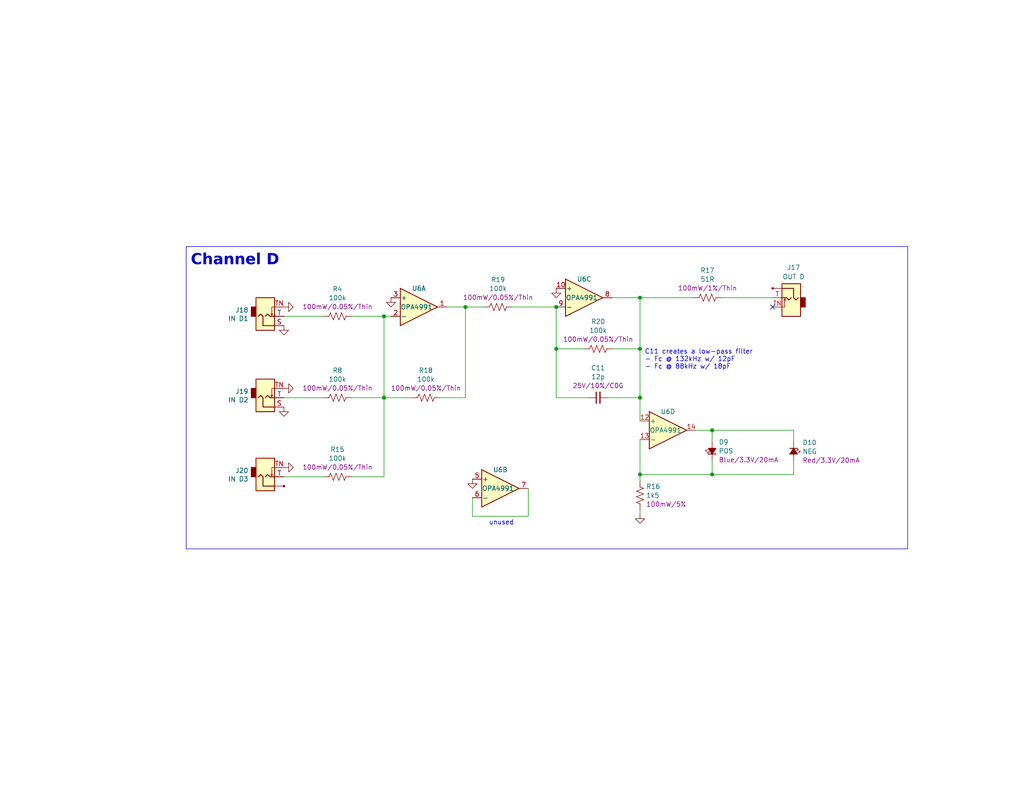
<source format=kicad_sch>
(kicad_sch (version 20230121) (generator eeschema)
  (paper "USLetter")
  (title_block (title "Helium") (date "2023-04-05") (rev "v3") (company "Winterbloom") (comment 1 "Alethea Flowers") (comment 2 "CERN OHL-P v2") (comment 3 "helium.wntr.dev"))
  (lib_symbols
    (symbol "Device:C_Small" (pin_numbers hide) (pin_names (offset 0.254) hide)
      (property "Reference" "C" (at 0.254 1.778 0))
      (property "Value" "C_Small" (at 0.254 -2.032 0))
      (symbol "C_Small_0_1"
        (polyline (pts (xy -1.524 -0.508) (xy 1.524 -0.508)) (stroke (width 0.3302)))
        (polyline (pts (xy -1.524 0.508) (xy 1.524 0.508)) (stroke (width 0.3048)))
      )
      (symbol "C_Small_1_1"
        (pin passive line (at 0 2.54 270) (length 2.032) (name "~") (number "1"))
        (pin passive line (at 0 -2.54 90) (length 2.032) (name "~") (number "2"))
      )
    )
    (symbol "Device:LED_Small_Filled" (pin_numbers hide) (pin_names (offset 0.254) hide)
      (property "Reference" "D" (at -1.27 3.175 0))
      (property "Value" "LED_Small_Filled" (at -4.445 -2.54 0))
      (symbol "LED_Small_Filled_0_1"
        (polyline (pts (xy -0.762 -1.016) (xy -0.762 1.016)) (stroke (width 0.254)))
        (polyline (pts (xy 1.016 0) (xy -0.762 0)))
        (polyline (pts (xy 0.762 -1.016) (xy -0.762 0) (xy 0.762 1.016) (xy 0.762 -1.016)) (stroke (width 0.254)) (fill (type outline)))
        (polyline (pts (xy 0 0.762) (xy -0.508 1.27) (xy -0.254 1.27) (xy -0.508 1.27) (xy -0.508 1.016)))
        (polyline (pts (xy 0.508 1.27) (xy 0 1.778) (xy 0.254 1.778) (xy 0 1.778) (xy 0 1.524)))
      )
      (symbol "LED_Small_Filled_1_1"
        (pin passive line (at -2.54 0 0) (length 1.778) (name "K") (number "1"))
        (pin passive line (at 2.54 0 180) (length 1.778) (name "A") (number "2"))
      )
    )
    (symbol "Device:R_US" (pin_numbers hide) (pin_names (offset 0))
      (property "Reference" "R" (at 2.54 0 90))
      (property "Value" "R_US" (at -2.54 0 90))
      (symbol "R_US_0_1"
        (polyline (pts (xy 0 -2.286) (xy 0 -2.54)))
        (polyline (pts (xy 0 2.286) (xy 0 2.54)))
        (polyline (pts (xy 0 -0.762) (xy 1.016 -1.143) (xy 0 -1.524) (xy -1.016 -1.905) (xy 0 -2.286)))
        (polyline (pts (xy 0 0.762) (xy 1.016 0.381) (xy 0 0) (xy -1.016 -0.381) (xy 0 -0.762)))
        (polyline (pts (xy 0 2.286) (xy 1.016 1.905) (xy 0 1.524) (xy -1.016 1.143) (xy 0 0.762)))
      )
      (symbol "R_US_1_1"
        (pin passive line (at 0 3.81 270) (length 1.27) (name "~") (number "1"))
        (pin passive line (at 0 -3.81 90) (length 1.27) (name "~") (number "2"))
      )
    )
    (symbol "power:GND" (power) (pin_names (offset 0))
      (property "Value" "GND" (at 0 -3.81 0))
      (symbol "GND_0_1"
        (polyline (pts (xy 0 0) (xy 0 -1.27) (xy 1.27 -1.27) (xy 0 -2.54) (xy -1.27 -1.27) (xy 0 -1.27)))
      )
      (symbol "GND_1_1"
        (pin power_in line (at 0 0 270) (length 0) hide (name "GND") (number "1"))
      )
    )
    (symbol "winterbloom:Eurorack_Mono_Jack" (pin_names hide)
      (property "Reference" "J" (at 3.302 -4.064 0))
      (property "Value" "Eurorack_Mono_Jack" (at 0 5.08 0))
      (symbol "Eurorack_Mono_Jack_0_1"
        (rectangle (start -2.54 -5.08) (end 2.54 3.81) (stroke (width 0.254)) (fill (type background)))
        (polyline (pts (xy -1.778 -1.016) (xy -2.032 -0.508)))
        (polyline (pts (xy -2.54 1.27) (xy -1.778 1.27) (xy -1.778 -1.016) (xy -1.524 -0.508)))
        (polyline (pts (xy 0 -1.27) (xy -0.635 -0.635) (xy -1.27 -1.27) (xy -2.54 -1.27)) (stroke (width 0.254)))
        (polyline (pts (xy -2.54 -3.81) (xy 0.635 -3.81) (xy 0.635 -1.27) (xy 1.27 -0.635) (xy 1.905 -1.27)) (stroke (width 0.254)))
        (rectangle (start 2.54 -1.27) (end 3.81 1.27) (stroke (width 0.254)) (fill (type outline)))
      )
      (symbol "Eurorack_Mono_Jack_1_1"
        (pin passive line (at -5.08 -3.81 0) (length 2.54) (name "Sleeve") (number "S"))
        (pin passive line (at -5.08 -1.27 0) (length 2.54) (name "Tip") (number "T"))
        (pin passive line (at -5.08 1.27 0) (length 2.54) (name "Tip_normalize") (number "TN"))
      )
    )
    (symbol "winterbloom:Eurorack_Mono_Jack_No_S" (pin_names hide)
      (property "Reference" "J" (at 3.302 -4.064 0))
      (property "Value" "Eurorack_Mono_Jack_No_S" (at 0 5.08 0))
      (symbol "Eurorack_Mono_Jack_No_S_0_1"
        (rectangle (start -2.54 -5.08) (end 2.54 3.81) (stroke (width 0.254)) (fill (type background)))
        (polyline (pts (xy -2.54 -3.81) (xy -5.08 -3.81)))
        (polyline (pts (xy -1.778 -1.016) (xy -2.032 -0.508)))
        (polyline (pts (xy -2.54 1.27) (xy -1.778 1.27) (xy -1.778 -1.016) (xy -1.524 -0.508)))
        (polyline (pts (xy 0 -1.27) (xy -0.635 -0.635) (xy -1.27 -1.27) (xy -2.54 -1.27)) (stroke (width 0.254)))
        (polyline (pts (xy -2.54 -3.81) (xy 0.635 -3.81) (xy 0.635 -1.27) (xy 1.27 -0.635) (xy 1.905 -1.27)) (stroke (width 0.254)))
        (rectangle (start 2.54 -1.27) (end 3.81 1.27) (stroke (width 0.254)) (fill (type outline)))
      )
      (symbol "Eurorack_Mono_Jack_No_S_1_1"
        (circle (center -5.08 -3.81) (radius 0.254) (fill (type outline)))
        (pin passive line (at -5.08 -1.27 0) (length 2.54) (name "Tip") (number "T"))
        (pin passive line (at -5.08 1.27 0) (length 2.54) (name "Tip_normalize") (number "TN"))
      )
    )
    (symbol "winterbloom:OPA4991" (pin_names (offset 0.127))
      (property "Reference" "U" (at 0.762 3.048 0))
      (property "Value" "OPA4991" (at 0.508 -3.302 0))
      (symbol "OPA4991_1_1"
        (polyline (pts (xy -5.08 5.08) (xy 5.08 0) (xy -5.08 -5.08) (xy -5.08 5.08)) (stroke (width 0.254)) (fill (type background)))
        (pin output line (at 7.62 0 180) (length 2.54) (name "~") (number "1"))
        (pin input line (at -7.62 -2.54 0) (length 2.54) (name "-") (number "2"))
        (pin input line (at -7.62 2.54 0) (length 2.54) (name "+") (number "3"))
      )
      (symbol "OPA4991_2_1"
        (polyline (pts (xy -5.08 5.08) (xy 5.08 0) (xy -5.08 -5.08) (xy -5.08 5.08)) (stroke (width 0.254)) (fill (type background)))
        (pin input line (at -7.62 2.54 0) (length 2.54) (name "+") (number "5"))
        (pin input line (at -7.62 -2.54 0) (length 2.54) (name "-") (number "6"))
        (pin output line (at 7.62 0 180) (length 2.54) (name "~") (number "7"))
      )
      (symbol "OPA4991_3_1"
        (polyline (pts (xy -5.08 5.08) (xy 5.08 0) (xy -5.08 -5.08) (xy -5.08 5.08)) (stroke (width 0.254)) (fill (type background)))
        (pin input line (at -7.62 2.54 0) (length 2.54) (name "+") (number "10"))
        (pin output line (at 7.62 0 180) (length 2.54) (name "~") (number "8"))
        (pin input line (at -7.62 -2.54 0) (length 2.54) (name "-") (number "9"))
      )
      (symbol "OPA4991_4_1"
        (polyline (pts (xy -5.08 5.08) (xy 5.08 0) (xy -5.08 -5.08) (xy -5.08 5.08)) (stroke (width 0.254)) (fill (type background)))
        (pin input line (at -7.62 2.54 0) (length 2.54) (name "+") (number "12"))
        (pin input line (at -7.62 -2.54 0) (length 2.54) (name "-") (number "13"))
        (pin output line (at 7.62 0 180) (length 2.54) (name "~") (number "14"))
      )
      (symbol "OPA4991_5_1"
        (polyline (pts (xy -5.08 5.08) (xy 5.08 0) (xy -5.08 -5.08) (xy -5.08 5.08)) (stroke (width 0.254)) (fill (type background)))
        (pin power_in line (at -2.54 -7.62 90) (length 3.81) (name "V-") (number "11"))
        (pin power_in line (at -2.54 7.62 270) (length 3.81) (name "V+") (number "4"))
      )
    )
  )
  (junction (at 127 83.82))
  (junction (at 174.625 81.28))
  (junction (at 104.775 86.36))
  (junction (at 174.625 108.585))
  (junction (at 104.775 108.585))
  (junction (at 194.31 129.54))
  (junction (at 151.765 83.82))
  (junction (at 174.625 95.25))
  (junction (at 151.765 95.25))
  (junction (at 174.625 129.54))
  (junction (at 194.31 117.475))
  (no_connect (at 210.82 83.82))
  (wire (pts (xy 88.265 86.36) (xy 77.47 86.36)))
  (wire (pts (xy 121.92 83.82) (xy 127 83.82)))
  (wire (pts (xy 77.47 130.175) (xy 88.265 130.175)))
  (wire (pts (xy 194.31 120.65) (xy 194.31 117.475)))
  (wire (pts (xy 160.655 108.585) (xy 151.765 108.585)))
  (wire (pts (xy 132.08 83.82) (xy 127 83.82)))
  (wire (pts (xy 144.145 140.97) (xy 144.145 133.35)))
  (wire (pts (xy 112.395 108.585) (xy 104.775 108.585)))
  (wire (pts (xy 151.765 83.82) (xy 151.765 95.25)))
  (wire (pts (xy 165.735 108.585) (xy 174.625 108.585)))
  (wire (pts (xy 194.31 117.475) (xy 216.535 117.475)))
  (wire (pts (xy 174.625 129.54) (xy 194.31 129.54)))
  (wire (pts (xy 174.625 95.25) (xy 174.625 108.585)))
  (wire (pts (xy 95.885 108.585) (xy 104.775 108.585)))
  (wire (pts (xy 104.775 130.175) (xy 95.885 130.175)))
  (wire (pts (xy 174.625 140.335) (xy 174.625 139.065)))
  (wire (pts (xy 194.31 129.54) (xy 216.535 129.54)))
  (wire (pts (xy 174.625 108.585) (xy 174.625 114.935)))
  (wire (pts (xy 151.765 95.25) (xy 159.385 95.25)))
  (wire (pts (xy 88.265 108.585) (xy 77.47 108.585)))
  (wire (pts (xy 127 108.585) (xy 120.015 108.585)))
  (wire (pts (xy 95.885 86.36) (xy 104.775 86.36)))
  (wire (pts (xy 151.765 108.585) (xy 151.765 95.25)))
  (wire (pts (xy 174.625 129.54) (xy 174.625 120.015)))
  (wire (pts (xy 127 83.82) (xy 127 108.585)))
  (wire (pts (xy 104.775 86.36) (xy 104.775 108.585)))
  (wire (pts (xy 174.625 131.445) (xy 174.625 129.54)))
  (wire (pts (xy 216.535 117.475) (xy 216.535 120.65)))
  (wire (pts (xy 194.31 117.475) (xy 189.865 117.475)))
  (wire (pts (xy 104.775 86.36) (xy 106.68 86.36)))
  (wire (pts (xy 174.625 81.28) (xy 167.005 81.28)))
  (wire (pts (xy 189.23 81.28) (xy 174.625 81.28)))
  (wire (pts (xy 174.625 81.28) (xy 174.625 95.25)))
  (wire (pts (xy 128.905 135.89) (xy 128.905 140.97)))
  (wire (pts (xy 128.905 140.97) (xy 144.145 140.97)))
  (wire (pts (xy 216.535 129.54) (xy 216.535 125.73)))
  (wire (pts (xy 139.7 83.82) (xy 151.765 83.82)))
  (wire (pts (xy 167.005 95.25) (xy 174.625 95.25)))
  (wire (pts (xy 194.31 129.54) (xy 194.31 125.73)))
  (wire (pts (xy 104.775 108.585) (xy 104.775 130.175)))
  (wire (pts (xy 196.85 81.28) (xy 210.82 81.28)))
  (rectangle (start 50.8 67.31) (end 247.65 149.86))
  (text "unused\n" (at 133.35 143.51 0) (effects (font (size 1.27 1.27)) (justify left bottom)))
  (text "C11 creates a low-pass filter\n- Fc @ 132kHz w/ 12pF\n- Fc @ 88kHz w/ 18pF" (at 175.895 100.965 0) (effects (font (size 1.27 1.27)) (justify left bottom)))
  (text "Channel D" (at 52.07 73.66 0) (effects (font (size 3 3) (thickness 0.508) bold) (justify left bottom)))
  (symbol (lib_id "power:GND") (at 128.905 130.81 0) (mirror y) (unit 1)
    (property "Reference" "#PWR0148" (effects hide))
    (property "Value" "GND" (effects hide))
    (instances (project "board" (path "" (reference "#PWR0148") (unit 1)) (path "" (reference "#PWR032") (unit 1))))
  )
  (symbol (lib_id "Device:R_US") (at 92.075 130.175 270) (unit 1)
    (property "Reference" "R15" (at 92.075 122.7175 90))
    (property "Value" "100k" (at 92.075 125.1417 90))
    (property "Footprint" "winterbloom:R_0603_HandSolder" (effects hide))
    (property "Notes" "Sub with less accurate resistor if absolute precision isn't important" (effects hide))
    (property "Rating" "100mW/0.05%/Thin" (at 92.075 127.5659 90))
    (property "MPN" "RG1608N-104-W-T1" (effects hide))
    (property "DigiKey" "RG16N100KWCT-ND" (effects hide))
    (property "LCSC" "C1722256" (effects hide))
    (property "Mouser" "754-RG1608N-104-W-T1" (effects hide))
  )
  (symbol (lib_id "power:GND") (at 174.625 140.335 0) (unit 1)
    (property "Reference" "#PWR0136" (effects hide))
    (property "Value" "GND" (effects hide))
    (instances (project "board" (path "" (reference "#PWR0136") (unit 1)) (path "" (reference "#PWR034") (unit 1))))
  )
  (symbol (lib_id "Device:R_US") (at 193.04 81.28 270) (unit 1)
    (property "Reference" "R17" (at 193.04 73.8225 90))
    (property "Value" "51R" (at 193.04 76.2467 90))
    (property "Footprint" "winterbloom:R_0603_HandSolder" (effects hide))
    (property "Rating" "100mW/1%/Thin" (at 193.04 78.6709 90))
    (property "DigiKey" "13-RT0603FRE0751RLCT-ND" (effects hide))
    (property "LCSC" "C849799" (effects hide))
    (property "MPN" "RT0603FRE0751RL" (effects hide))
    (property "Mouser" "603-RT0603FRE0751RL" (effects hide))
  )
  (symbol (lib_id "Device:C_Small") (at 163.195 108.585 90) (unit 1)
    (property "Reference" "C11" (at 163.2013 100.4544 90))
    (property "Value" "12p" (at 163.2013 102.8786 90))
    (property "Footprint" "winterbloom:C_0603_HandSolder" (effects hide))
    (property "Notes" "Audio path" (effects hide))
    (property "Rating" "25V/10%/C0G" (at 163.2013 105.3028 90))
    (property "MPN" "CC0603JPNPO9BN120" (effects hide))
    (property "DigiKey" "13-CC0603JPNPO9BN120CT-ND" (effects hide))
    (property "LCSC" "C1853092" (effects hide))
    (property "Mouser" "603-CC603JPNPO9BN120" (effects hide))
  )
  (symbol (lib_id "power:GND") (at 77.47 88.9 0) (mirror y) (unit 1)
    (property "Reference" "#PWR0131" (effects hide))
    (property "Value" "GND" (effects hide))
    (instances (project "board" (path "" (reference "#PWR0131") (unit 1)) (path "" (reference "#PWR027") (unit 1))))
  )
  (symbol (lib_id "Device:R_US") (at 163.195 95.25 270) (unit 1)
    (property "Reference" "R20" (at 163.195 87.7925 90))
    (property "Value" "100k" (at 163.195 90.2167 90))
    (property "Footprint" "winterbloom:R_0603_HandSolder" (effects hide))
    (property "Notes" "Sub with less accurate resistor if absolute precision isn't important" (effects hide))
    (property "Rating" "100mW/0.05%/Thin" (at 163.195 92.6409 90))
    (property "MPN" "RG1608N-104-W-T1" (effects hide))
    (property "DigiKey" "RG16N100KWCT-ND" (effects hide))
    (property "LCSC" "C1722256" (effects hide))
    (property "Mouser" "754-RG1608N-104-W-T1" (effects hide))
  )
  (symbol (lib_id "Device:R_US") (at 135.89 83.82 270) (unit 1)
    (property "Reference" "R19" (at 135.89 76.3625 90))
    (property "Value" "100k" (at 135.89 78.7867 90))
    (property "Footprint" "winterbloom:R_0603_HandSolder" (effects hide))
    (property "Notes" "Sub with less accurate resistor if absolute precision isn't important" (effects hide))
    (property "Rating" "100mW/0.05%/Thin" (at 135.89 81.2109 90))
    (property "MPN" "RG1608N-104-W-T1" (effects hide))
    (property "DigiKey" "RG16N100KWCT-ND" (effects hide))
    (property "LCSC" "C1722256" (effects hide))
    (property "Mouser" "754-RG1608N-104-W-T1" (effects hide))
  )
  (symbol (lib_id "winterbloom:Eurorack_Mono_Jack_No_S") (at 72.39 128.905 0) (mirror y) (unit 1)
    (property "Reference" "J20" (at 67.818 128.4732 0) (effects (justify left)))
    (property "Value" "IN D3" (at 67.818 130.7846 0) (effects (justify left)))
    (property "Footprint" "winterbloom:AudioJack_WQP518MA_No_S" (effects hide))
    (property "Datasheet" "http://www.qingpu-electronics.com/en/products/WQP-PJ398SM-362.html" (effects hide))
    (property "MPN" "WQP-WQP518MA" (effects hide))
    (property "Notes" "Thonkiconn (PJ398SM)" (effects hide))
    (property "Links" "https://winterbloom.com/shop/eurorack-jacks, https://www.thonk.co.uk/shop/thonkiconn/" (effects hide))
  )
  (symbol (lib_id "power:GND") (at 106.68 81.28 0) (mirror y) (unit 1)
    (property "Reference" "#PWR0145" (effects hide))
    (property "Value" "GND" (effects hide))
    (instances (project "board" (path "" (reference "#PWR0145") (unit 1)) (path "" (reference "#PWR031") (unit 1))))
  )
  (symbol (lib_id "power:GND") (at 77.47 83.82 90) (mirror x) (unit 1)
    (property "Reference" "#PWR0152" (effects hide))
    (property "Value" "GND" (effects hide))
    (instances (project "board" (path "" (reference "#PWR0152") (unit 1)) (path "" (reference "#PWR026") (unit 1))))
  )
  (symbol (lib_id "power:GND") (at 77.47 127.635 90) (mirror x) (unit 1)
    (property "Reference" "#PWR0150" (effects hide))
    (property "Value" "GND" (effects hide))
    (instances (project "board" (path "" (reference "#PWR0150") (unit 1)) (path "" (reference "#PWR030") (unit 1))))
  )
  (symbol (lib_id "Device:R_US") (at 92.075 108.585 270) (unit 1)
    (property "Reference" "R8" (at 92.075 101.1275 90))
    (property "Value" "100k" (at 92.075 103.5517 90))
    (property "Footprint" "winterbloom:R_0603_HandSolder" (effects hide))
    (property "Notes" "Sub with less accurate resistor if absolute precision isn't important" (effects hide))
    (property "Rating" "100mW/0.05%/Thin" (at 92.075 105.9759 90))
    (property "MPN" "RG1608N-104-W-T1" (effects hide))
    (property "DigiKey" "RG16N100KWCT-ND" (effects hide))
    (property "LCSC" "C1722256" (effects hide))
    (property "Mouser" "754-RG1608N-104-W-T1" (effects hide))
  )
  (symbol (lib_id "Device:R_US") (at 92.075 86.36 270) (unit 1)
    (property "Reference" "R4" (at 92.075 78.9025 90))
    (property "Value" "100k" (at 92.075 81.3267 90))
    (property "Footprint" "winterbloom:R_0603_HandSolder" (effects hide))
    (property "Notes" "Sub with less accurate resistor if absolute precision isn't important" (effects hide))
    (property "Rating" "100mW/0.05%/Thin" (at 92.075 83.7509 90))
    (property "MPN" "RG1608N-104-W-T1" (effects hide))
    (property "DigiKey" "RG16N100KWCT-ND" (effects hide))
    (property "LCSC" "C1722256" (effects hide))
    (property "Mouser" "754-RG1608N-104-W-T1" (effects hide))
  )
  (symbol (lib_id "Device:R_US") (at 174.625 135.255 180) (unit 1)
    (property "Reference" "R16" (at 176.276 132.8308 0) (effects (justify right)))
    (property "Value" "1k5" (at 176.276 135.255 0) (effects (justify right)))
    (property "Footprint" "winterbloom:R_0603_HandSolder" (effects hide))
    (property "Rating" "100mW/5%" (at 176.276 137.6792 0) (effects (justify right)))
    (property "MPN" "RC0603JR-071K5L" (effects hide))
    (property "DigiKey" "311-1.5KGRCT-ND" (effects hide))
    (property "LCSC" "C114680" (effects hide))
    (property "Mouser" "603-RC0603JR-071K5L" (effects hide))
  )
  (symbol (lib_id "Device:LED_Small_Filled") (at 194.31 123.19 90) (unit 1)
    (property "Reference" "D9" (at 196.088 120.7023 90) (effects (justify right)))
    (property "Value" "POS" (at 196.088 123.1265 90) (effects (justify right)))
    (property "Footprint" "winterbloom:LED_0805_Kingbright_APT2012" (effects hide))
    (property "Datasheet" "https://www.kingbrightusa.com/images/catalog/SPEC/APT2012VBC-D.pdf" (effects hide))
    (property "Rating" "Blue/3.3V/20mA" (at 196.088 125.5507 90) (effects (justify right)))
    (property "MPN" "APT2012VBC/D" (effects hide))
    (property "DigiKey" "754-1794-1-ND" (effects hide))
    (property "LCSC" "C5879386" (effects hide))
    (property "Mouser" "604-APT2012VBC/D" (effects hide))
    (property "Notes" "Sub with ~180 mcd" (effects hide))
  )
  (symbol (lib_id "winterbloom:OPA4991") (at 182.245 117.475 0) (unit 4)
    (property "Reference" "U6" (at 182.245 112.395 0))
    (property "Value" "OPA4991" (at 181.61 117.475 0))
    (property "Footprint" "Package_SO:TSSOP-14_4.4x5mm_P0.65mm" (effects hide))
    (property "Datasheet" "https://www.ti.com/lit/ds/symlink/opa4991.pdf" (effects hide))
    (property "MPN" "OPA4991IPWR" (effects hide))
    (property "DigiKey" "296-OPA4991IPWRCT-ND" (effects hide))
    (property "LCSC" "C2873620" (effects hide))
    (property "Mouser" "595-OPA4991IPWR" (effects hide))
    (property "Notes" "Sub with OPA4171, OPA1679, OPA4197" (effects hide))
  )
  (symbol (lib_id "winterbloom:OPA4991") (at 136.525 133.35 0) (unit 2)
    (property "Reference" "U6" (at 136.525 128.27 0))
    (property "Value" "OPA4991" (at 135.89 133.35 0))
    (property "Footprint" "Package_SO:TSSOP-14_4.4x5mm_P0.65mm" (effects hide))
    (property "Datasheet" "https://www.ti.com/lit/ds/symlink/opa4991.pdf" (effects hide))
    (property "MPN" "OPA4991IPWR" (effects hide))
    (property "DigiKey" "296-OPA4991IPWRCT-ND" (effects hide))
    (property "LCSC" "C2873620" (effects hide))
    (property "Mouser" "595-OPA4991IPWR" (effects hide))
    (property "Notes" "Sub with OPA4171, OPA1679, OPA4197" (effects hide))
  )
  (symbol (lib_id "winterbloom:Eurorack_Mono_Jack") (at 72.39 107.315 0) (mirror y) (unit 1)
    (property "Reference" "J19" (at 67.818 106.8832 0) (effects (justify left)))
    (property "Value" "IN D2" (at 67.818 109.1946 0) (effects (justify left)))
    (property "Footprint" "winterbloom:AudioJack_WQP518MA_Compact_S" (effects hide))
    (property "Datasheet" "http://www.qingpu-electronics.com/en/products/WQP-PJ398SM-362.html" (effects hide))
    (property "MPN" "WQP-WQP518MA" (effects hide))
    (property "Notes" "Thonkiconn (PJ398SM)" (effects hide))
    (property "Links" "https://winterbloom.com/shop/eurorack-jacks, https://www.thonk.co.uk/shop/thonkiconn/" (effects hide))
  )
  (symbol (lib_id "Device:LED_Small_Filled") (at 216.535 123.19 270) (unit 1)
    (property "Reference" "D10" (at 218.948 120.8293 90) (effects (justify left)))
    (property "Value" "NEG" (at 218.948 123.2535 90) (effects (justify left)))
    (property "Footprint" "winterbloom:LED_0805_Kingbright_APT2012" (effects hide))
    (property "Datasheet" "https://www.kingbrightusa.com/images/catalog/SPEC/APT2012SURCK.pdf" (effects hide))
    (property "Rating" "Red/3.3V/20mA" (at 218.948 125.6777 90) (effects (justify left)))
    (property "MPN" "APT2012SURCK" (effects hide))
    (property "DigiKey" "754-1133-1-ND" (effects hide))
    (property "LCSC" "C5875730" (effects hide))
    (property "Mouser" "604-APT2012SURCK" (effects hide))
    (property "Notes" "Sub with ~200 mcd" (effects hide))
  )
  (symbol (lib_id "power:GND") (at 151.765 78.74 0) (mirror y) (unit 1)
    (property "Reference" "#PWR0146" (effects hide))
    (property "Value" "GND" (effects hide))
    (instances (project "board" (path "" (reference "#PWR0146") (unit 1)) (path "" (reference "#PWR033") (unit 1))))
  )
  (symbol (lib_id "winterbloom:OPA4991") (at 159.385 81.28 0) (unit 3)
    (property "Reference" "U6" (at 159.385 76.2 0))
    (property "Value" "OPA4991" (at 158.75 81.28 0))
    (property "Footprint" "Package_SO:TSSOP-14_4.4x5mm_P0.65mm" (effects hide))
    (property "Datasheet" "https://www.ti.com/lit/ds/symlink/opa4991.pdf" (effects hide))
    (property "MPN" "OPA4991IPWR" (effects hide))
    (property "DigiKey" "296-OPA4991IPWRCT-ND" (effects hide))
    (property "LCSC" "C2873620" (effects hide))
    (property "Mouser" "595-OPA4991IPWR" (effects hide))
    (property "Notes" "Sub with OPA4171, OPA1679, OPA4197" (effects hide))
  )
  (symbol (lib_id "winterbloom:Eurorack_Mono_Jack") (at 72.39 85.09 0) (mirror y) (unit 1)
    (property "Reference" "J18" (at 67.818 84.6582 0) (effects (justify left)))
    (property "Value" "IN D1" (at 67.818 86.9696 0) (effects (justify left)))
    (property "Footprint" "winterbloom:AudioJack_WQP518MA_Compact_S" (effects hide))
    (property "Datasheet" "http://www.qingpu-electronics.com/en/products/WQP-PJ398SM-362.html" (effects hide))
    (property "MPN" "WQP-WQP518MA" (effects hide))
    (property "Notes" "Thonkiconn (PJ398SM)" (effects hide))
    (property "Links" "https://winterbloom.com/shop/eurorack-jacks, https://www.thonk.co.uk/shop/thonkiconn/" (effects hide))
  )
  (symbol (lib_id "winterbloom:Eurorack_Mono_Jack_No_S") (at 215.9 82.55 0) (mirror x) (unit 1)
    (property "Reference" "J17" (at 216.535 73.025 0))
    (property "Value" "OUT D" (at 216.535 75.565 0))
    (property "Footprint" "winterbloom:AudioJack_WQP518MA_No_S" (effects hide))
    (property "Datasheet" "http://www.qingpu-electronics.com/en/products/WQP-PJ398SM-362.html" (effects hide))
    (property "MPN" "WQP-WQP518MA" (effects hide))
    (property "Notes" "Thonkiconn (PJ398SM)" (effects hide))
    (property "Links" "https://winterbloom.com/shop/eurorack-jacks, https://www.thonk.co.uk/shop/thonkiconn/" (effects hide))
  )
  (symbol (lib_id "Device:R_US") (at 116.205 108.585 270) (unit 1)
    (property "Reference" "R18" (at 116.205 101.1275 90))
    (property "Value" "100k" (at 116.205 103.5517 90))
    (property "Footprint" "winterbloom:R_0603_HandSolder" (effects hide))
    (property "Notes" "Sub with less accurate resistor if absolute precision isn't important" (effects hide))
    (property "Rating" "100mW/0.05%/Thin" (at 116.205 105.9759 90))
    (property "MPN" "RG1608N-104-W-T1" (effects hide))
    (property "DigiKey" "RG16N100KWCT-ND" (effects hide))
    (property "LCSC" "C1722256" (effects hide))
    (property "Mouser" "754-RG1608N-104-W-T1" (effects hide))
  )
  (symbol (lib_id "power:GND") (at 77.47 106.045 90) (mirror x) (unit 1)
    (property "Reference" "#PWR0151" (effects hide))
    (property "Value" "GND" (effects hide))
    (instances (project "board" (path "" (reference "#PWR0151") (unit 1)) (path "" (reference "#PWR028") (unit 1))))
  )
  (symbol (lib_id "winterbloom:OPA4991") (at 114.3 83.82 0) (unit 1)
    (property "Reference" "U6" (at 114.3 78.74 0))
    (property "Value" "OPA4991" (at 113.665 83.82 0))
    (property "Footprint" "Package_SO:TSSOP-14_4.4x5mm_P0.65mm" (effects hide))
    (property "Datasheet" "https://www.ti.com/lit/ds/symlink/opa4991.pdf" (effects hide))
    (property "MPN" "OPA4991IPWR" (effects hide))
    (property "DigiKey" "296-OPA4991IPWRCT-ND" (effects hide))
    (property "LCSC" "C2873620" (effects hide))
    (property "Mouser" "595-OPA4991IPWR" (effects hide))
    (property "Notes" "Sub with OPA4171, OPA1679, OPA4197" (effects hide))
  )
  (symbol (lib_id "power:GND") (at 77.47 111.125 0) (mirror y) (unit 1)
    (property "Reference" "#PWR0132" (effects hide))
    (property "Value" "GND" (effects hide))
    (instances (project "board" (path "" (reference "#PWR0132") (unit 1)) (path "" (reference "#PWR029") (unit 1))))
  )
)
</source>
